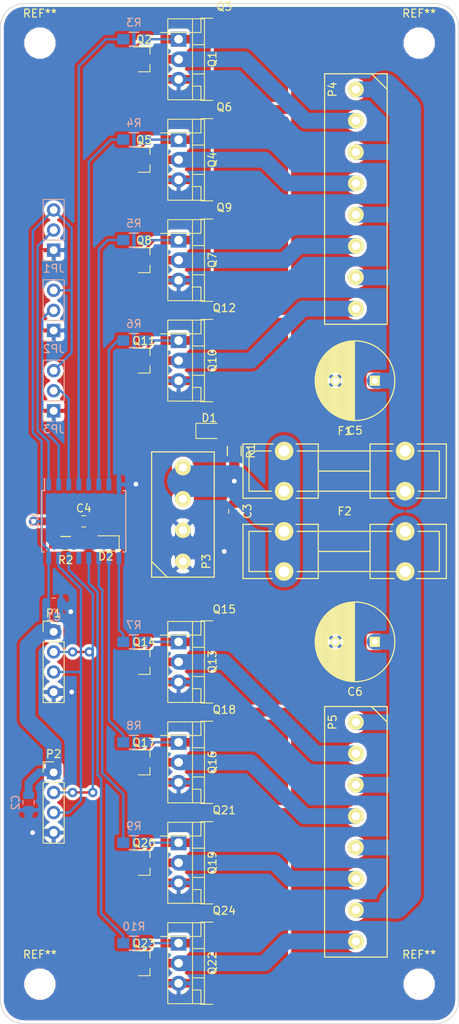
<source format=kicad_pcb>
(kicad_pcb (version 20171130) (host pcbnew "(5.0.1-34-g9610f8f20)")
  (layers (0 F.Cu signal) (31 B.Cu signal) (34 B.Paste user) (35 F.Paste user) (36 B.SilkS user) (37 F.SilkS user) (38 B.Mask user) (39 F.Mask user) (44 Edge.Cuts user))
  (net 0 "")
  (net 1 +5V)
  (net 2 GND)
  (net 3 +24V)
  (net 4 "Net-(C5-Pad1)")
  (net 5 "Net-(C6-Pad1)")
  (net 6 "Net-(D1-Pad2)")
  (net 7 "Net-(D2-Pad2)")
  (net 8 /I2C_SCL)
  (net 9 /I2C_SDA)
  (net 10 /powerChannel0/DRAIN)
  (net 11 /powerChannel1/DRAIN)
  (net 12 /powerChannel2/DRAIN)
  (net 13 /powerChannel3/DRAIN)
  (net 14 /powerChannel4/DRAIN)
  (net 15 /powerChannel5/DRAIN)
  (net 16 /powerChannel6/DRAIN)
  (net 17 /powerChannel7/DRAIN)
  (net 18 "Net-(Q1-Pad1)")
  (net 19 "Net-(Q4-Pad1)")
  (net 20 "Net-(Q7-Pad1)")
  (net 21 /powerChannel0/CTRL)
  (net 22 /powerChannel1/CTRL)
  (net 23 /powerChannel2/CTRL)
  (net 24 /powerChannel3/CTRL)
  (net 25 /powerChannel4/CTRL)
  (net 26 /powerChannel5/CTRL)
  (net 27 /powerChannel6/CTRL)
  (net 28 /powerChannel7/CTRL)
  (net 29 "Net-(Q19-Pad1)")
  (net 30 "Net-(Q10-Pad1)")
  (net 31 "Net-(Q13-Pad1)")
  (net 32 /A0)
  (net 33 /A1)
  (net 34 /A2)
  (net 35 "Net-(U1-Pad13)")
  (net 36 "Net-(Q16-Pad1)")
  (net 37 "Net-(Q22-Pad1)")
  (module MountingHole:MountingHole_3.2mm_M3_ISO14580 (layer F.Cu) (at 83 165)
    (fp_text reference REF** (at 0 -3.75) (layer F.SilkS))
    (fp_text value MountingHole_3.2mm_M3_ISO14580 hide)
    (pad 1 np_thru_hole circle (at 0 0) (size 3.2 3.2) (drill 3.2) (layers *.Cu *.Mask))
  )
  (module MountingHole:MountingHole_3.2mm_M3_ISO14580 (layer F.Cu) (at 131 165)
    (fp_text reference REF** (at 0 -3.75) (layer F.SilkS))
    (fp_text value MountingHole_3.2mm_M3_ISO14580 hide)
    (pad 1 np_thru_hole circle (at 0 0) (size 3.2 3.2) (drill 3.2) (layers *.Cu *.Mask))
  )
  (module MountingHole:MountingHole_3.2mm_M3_ISO14580 (layer F.Cu) (at 131 46)
    (fp_text reference REF** (at 0 -3.75) (layer F.SilkS))
    (fp_text value MountingHole_3.2mm_M3_ISO14580 hide)
    (pad 1 np_thru_hole circle (at 0 0) (size 3.2 3.2) (drill 3.2) (layers *.Cu *.Mask))
  )
  (module Capacitor_SMD:C_0805_2012Metric (layer B.Cu) (at 84.74 116.884)
    (fp_text reference C1 (at 0 1.65) (layer B.SilkS) (effects (justify mirror)))
    (fp_text value 1u)
    (pad 2 smd roundrect (at 0.9375 0) (size 0.975 1.4) (layers B.Cu B.Paste B.Mask) (net 2 GND))
    (pad 1 smd roundrect (at -0.9375 0) (size 0.975 1.4) (layers B.Cu B.Paste B.Mask) (net 1 +5V))
  )
  (module Capacitor_SMD:C_0805_2012Metric (layer B.Cu) (at 81.565 142.03 270)
    (fp_text reference C2 (at 0 1.65 270) (layer B.SilkS) (effects (justify mirror)))
    (fp_text value 1u)
    (pad 1 smd roundrect (at -0.9375 0 270) (size 0.975 1.4) (layers B.Cu B.Paste B.Mask) (net 1 +5V))
    (pad 2 smd roundrect (at 0.9375 0 270) (size 0.975 1.4) (layers B.Cu B.Paste B.Mask) (net 2 GND))
  )
  (module Capacitor_SMD:C_0805_2012Metric (layer F.Cu) (at 107.6 105.2 270)
    (fp_text reference C3 (at 0 -1.65 270) (layer F.SilkS))
    (fp_text value 1u)
    (pad 2 smd roundrect (at 0.9375 0 270) (size 0.975 1.4) (layers F.Cu F.Paste F.Mask) (net 2 GND))
    (pad 1 smd roundrect (at -0.9375 0 270) (size 0.975 1.4) (layers F.Cu F.Paste F.Mask) (net 3 +24V))
  )
  (module Capacitor_SMD:C_0805_2012Metric (layer F.Cu) (at 88.55 106.47)
    (fp_text reference C4 (at 0 -1.65) (layer F.SilkS))
    (fp_text value 1u)
    (pad 1 smd roundrect (at -0.9375 0) (size 0.975 1.4) (layers F.Cu F.Paste F.Mask) (net 1 +5V))
    (pad 2 smd roundrect (at 0.9375 0) (size 0.975 1.4) (layers F.Cu F.Paste F.Mask) (net 2 GND))
  )
  (module Connector_PinHeader_2.54mm:PinHeader_1x04_P2.54mm_Vertical (layer F.Cu) (at 84.74 120.44)
    (fp_text reference P1 (at 0 -2.33) (layer F.SilkS))
    (fp_text value CONN_01X04)
    (pad 4 thru_hole oval (at 0 7.62) (size 1.7 1.7) (drill 1) (layers *.Cu *.Mask) (net 2 GND))
    (pad 3 thru_hole oval (at 0 5.08) (size 1.7 1.7) (drill 1) (layers *.Cu *.Mask) (net 9 /I2C_SDA))
    (pad 2 thru_hole oval (at 0 2.54) (size 1.7 1.7) (drill 1) (layers *.Cu *.Mask) (net 8 /I2C_SCL))
    (pad 1 thru_hole rect (at 0 0) (size 1.7 1.7) (drill 1) (layers *.Cu *.Mask) (net 1 +5V))
  )
  (module Connector_PinHeader_2.54mm:PinHeader_1x04_P2.54mm_Vertical (layer F.Cu) (at 84.74 138.22)
    (fp_text reference P2 (at 0 -2.33) (layer F.SilkS))
    (fp_text value CONN_01X04)
    (pad 1 thru_hole rect (at 0 0) (size 1.7 1.7) (drill 1) (layers *.Cu *.Mask) (net 1 +5V))
    (pad 2 thru_hole oval (at 0 2.54) (size 1.7 1.7) (drill 1) (layers *.Cu *.Mask) (net 8 /I2C_SCL))
    (pad 3 thru_hole oval (at 0 5.08) (size 1.7 1.7) (drill 1) (layers *.Cu *.Mask) (net 9 /I2C_SDA))
    (pad 4 thru_hole oval (at 0 7.62) (size 1.7 1.7) (drill 1) (layers *.Cu *.Mask) (net 2 GND))
  )
  (module LED_SMD:LED_0805_2012Metric (layer F.Cu) (at 104.425 95.04)
    (fp_text reference D1 (at 0 -1.65) (layer F.SilkS))
    (fp_text value LED)
    (pad 2 smd roundrect (at 0.9375 0) (size 0.975 1.4) (layers F.Cu F.Paste F.Mask) (net 6 "Net-(D1-Pad2)"))
    (pad 1 smd roundrect (at -0.9375 0) (size 0.975 1.4) (layers F.Cu F.Paste F.Mask) (net 2 GND))
  )
  (module LED_SMD:LED_0805_2012Metric (layer F.Cu) (at 91.344 109.264 180)
    (fp_text reference D2 (at 0 -1.65 180) (layer F.SilkS))
    (fp_text value LED)
    (pad 1 smd roundrect (at -0.9375 0 180) (size 0.975 1.4) (layers F.Cu F.Paste F.Mask) (net 2 GND))
    (pad 2 smd roundrect (at 0.9375 0 180) (size 0.975 1.4) (layers F.Cu F.Paste F.Mask) (net 7 "Net-(D2-Pad2)"))
  )
  (module Package_TO_SOT_SMD:SOT-23 (layer F.Cu) (at 96.17 73.45)
    (fp_text reference Q8 (at 0 -2.5) (layer F.SilkS))
    (fp_text value BSS138)
    (pad 3 smd rect (at 1 0) (size 0.9 0.8) (layers F.Cu F.Paste F.Mask) (net 12 /powerChannel2/DRAIN))
    (pad 2 smd rect (at -1 0.95) (size 0.9 0.8) (layers F.Cu F.Paste F.Mask) (net 2 GND))
    (pad 1 smd rect (at -1 -0.95) (size 0.9 0.8) (layers F.Cu F.Paste F.Mask) (net 20 "Net-(Q7-Pad1)"))
  )
  (module Package_TO_SOT_SMD:SOT-23 (layer F.Cu) (at 96.17 162.35)
    (fp_text reference Q23 (at 0 -2.5) (layer F.SilkS))
    (fp_text value BSS138)
    (pad 1 smd rect (at -1 -0.95) (size 0.9 0.8) (layers F.Cu F.Paste F.Mask) (net 37 "Net-(Q22-Pad1)"))
    (pad 2 smd rect (at -1 0.95) (size 0.9 0.8) (layers F.Cu F.Paste F.Mask) (net 2 GND))
    (pad 3 smd rect (at 1 0) (size 0.9 0.8) (layers F.Cu F.Paste F.Mask) (net 17 /powerChannel7/DRAIN))
  )
  (module Package_TO_SOT_SMD:SOT-23 (layer F.Cu) (at 96.17 86.15)
    (fp_text reference Q11 (at 0 -2.5) (layer F.SilkS))
    (fp_text value BSS138)
    (pad 3 smd rect (at 1 0) (size 0.9 0.8) (layers F.Cu F.Paste F.Mask) (net 13 /powerChannel3/DRAIN))
    (pad 2 smd rect (at -1 0.95) (size 0.9 0.8) (layers F.Cu F.Paste F.Mask) (net 2 GND))
    (pad 1 smd rect (at -1 -0.95) (size 0.9 0.8) (layers F.Cu F.Paste F.Mask) (net 30 "Net-(Q10-Pad1)"))
  )
  (module Package_TO_SOT_SMD:SOT-23 (layer F.Cu) (at 96.17 136.95)
    (fp_text reference Q17 (at 0 -2.5) (layer F.SilkS))
    (fp_text value BSS138)
    (pad 1 smd rect (at -1 -0.95) (size 0.9 0.8) (layers F.Cu F.Paste F.Mask) (net 36 "Net-(Q16-Pad1)"))
    (pad 2 smd rect (at -1 0.95) (size 0.9 0.8) (layers F.Cu F.Paste F.Mask) (net 2 GND))
    (pad 3 smd rect (at 1 0) (size 0.9 0.8) (layers F.Cu F.Paste F.Mask) (net 15 /powerChannel5/DRAIN))
  )
  (module Package_TO_SOT_SMD:SOT-23 (layer F.Cu) (at 96.17 149.65)
    (fp_text reference Q20 (at 0 -2.5) (layer F.SilkS))
    (fp_text value BSS138)
    (pad 3 smd rect (at 1 0) (size 0.9 0.8) (layers F.Cu F.Paste F.Mask) (net 16 /powerChannel6/DRAIN))
    (pad 2 smd rect (at -1 0.95) (size 0.9 0.8) (layers F.Cu F.Paste F.Mask) (net 2 GND))
    (pad 1 smd rect (at -1 -0.95) (size 0.9 0.8) (layers F.Cu F.Paste F.Mask) (net 29 "Net-(Q19-Pad1)"))
  )
  (module Package_TO_SOT_SMD:SOT-23 (layer F.Cu) (at 96.17 48.05)
    (fp_text reference Q2 (at 0 -2.5) (layer F.SilkS))
    (fp_text value BSS138)
    (pad 1 smd rect (at -1 -0.95) (size 0.9 0.8) (layers F.Cu F.Paste F.Mask) (net 18 "Net-(Q1-Pad1)"))
    (pad 2 smd rect (at -1 0.95) (size 0.9 0.8) (layers F.Cu F.Paste F.Mask) (net 2 GND))
    (pad 3 smd rect (at 1 0) (size 0.9 0.8) (layers F.Cu F.Paste F.Mask) (net 10 /powerChannel0/DRAIN))
  )
  (module Package_TO_SOT_SMD:TO-263-3_TabPin2 (layer F.Cu) (at 106.33 73.45)
    (fp_text reference Q9 (at 0 -6.65) (layer F.SilkS))
    (fp_text value 35N15)
    (pad 1 smd rect (at -5.775 -2.54) (size 4.6 1.1) (layers F.Cu F.Paste F.Mask) (net 20 "Net-(Q7-Pad1)"))
    (pad 2 smd rect (at -5.775 0) (size 4.6 1.1) (layers F.Cu F.Paste F.Mask) (net 12 /powerChannel2/DRAIN))
    (pad 3 smd rect (at -5.775 2.54) (size 4.6 1.1) (layers F.Cu F.Paste F.Mask) (net 2 GND))
    (pad 2 smd rect (at 3.375 0) (size 9.4 10.8) (layers F.Cu F.Mask) (net 12 /powerChannel2/DRAIN))
  )
  (module Package_TO_SOT_SMD:TO-263-3_TabPin2 (layer F.Cu) (at 106.33 48.05)
    (fp_text reference Q3 (at 0 -6.65) (layer F.SilkS))
    (fp_text value 35N15)
    (pad 2 smd rect (at 3.375 0) (size 9.4 10.8) (layers F.Cu F.Mask) (net 10 /powerChannel0/DRAIN))
    (pad 3 smd rect (at -5.775 2.54) (size 4.6 1.1) (layers F.Cu F.Paste F.Mask) (net 2 GND))
    (pad 2 smd rect (at -5.775 0) (size 4.6 1.1) (layers F.Cu F.Paste F.Mask) (net 10 /powerChannel0/DRAIN))
    (pad 1 smd rect (at -5.775 -2.54) (size 4.6 1.1) (layers F.Cu F.Paste F.Mask) (net 18 "Net-(Q1-Pad1)"))
  )
  (module Package_TO_SOT_SMD:TO-263-3_TabPin2 (layer F.Cu) (at 106.33 60.75)
    (fp_text reference Q6 (at 0 -6.65) (layer F.SilkS))
    (fp_text value 35N15)
    (pad 1 smd rect (at -5.775 -2.54) (size 4.6 1.1) (layers F.Cu F.Paste F.Mask) (net 19 "Net-(Q4-Pad1)"))
    (pad 2 smd rect (at -5.775 0) (size 4.6 1.1) (layers F.Cu F.Paste F.Mask) (net 11 /powerChannel1/DRAIN))
    (pad 3 smd rect (at -5.775 2.54) (size 4.6 1.1) (layers F.Cu F.Paste F.Mask) (net 2 GND))
    (pad 2 smd rect (at 3.375 0) (size 9.4 10.8) (layers F.Cu F.Mask) (net 11 /powerChannel1/DRAIN))
  )
  (module Package_TO_SOT_SMD:TO-263-3_TabPin2 (layer F.Cu) (at 106.33 86.15)
    (fp_text reference Q12 (at 0 -6.65) (layer F.SilkS))
    (fp_text value 35N15)
    (pad 2 smd rect (at 3.375 0) (size 9.4 10.8) (layers F.Cu F.Mask) (net 13 /powerChannel3/DRAIN))
    (pad 3 smd rect (at -5.775 2.54) (size 4.6 1.1) (layers F.Cu F.Paste F.Mask) (net 2 GND))
    (pad 2 smd rect (at -5.775 0) (size 4.6 1.1) (layers F.Cu F.Paste F.Mask) (net 13 /powerChannel3/DRAIN))
    (pad 1 smd rect (at -5.775 -2.54) (size 4.6 1.1) (layers F.Cu F.Paste F.Mask) (net 30 "Net-(Q10-Pad1)"))
  )
  (module Package_TO_SOT_SMD:TO-263-3_TabPin2 (layer F.Cu) (at 106.33 124.25)
    (fp_text reference Q15 (at 0 -6.65) (layer F.SilkS))
    (fp_text value 35N15)
    (pad 1 smd rect (at -5.775 -2.54) (size 4.6 1.1) (layers F.Cu F.Paste F.Mask) (net 31 "Net-(Q13-Pad1)"))
    (pad 2 smd rect (at -5.775 0) (size 4.6 1.1) (layers F.Cu F.Paste F.Mask) (net 14 /powerChannel4/DRAIN))
    (pad 3 smd rect (at -5.775 2.54) (size 4.6 1.1) (layers F.Cu F.Paste F.Mask) (net 2 GND))
    (pad 2 smd rect (at 3.375 0) (size 9.4 10.8) (layers F.Cu F.Mask) (net 14 /powerChannel4/DRAIN))
  )
  (module Package_TO_SOT_THT:TO-220-3_Vertical (layer F.Cu) (at 100.555 134.41 270)
    (fp_text reference Q16 (at 2.54 -4.27 270) (layer F.SilkS))
    (fp_text value IRL640)
    (pad 1 thru_hole rect (at 0 0 270) (size 1.905 2) (drill 1.1) (layers *.Cu *.Mask) (net 36 "Net-(Q16-Pad1)"))
    (pad 2 thru_hole oval (at 2.54 0 270) (size 1.905 2) (drill 1.1) (layers *.Cu *.Mask) (net 15 /powerChannel5/DRAIN))
    (pad 3 thru_hole oval (at 5.08 0 270) (size 1.905 2) (drill 1.1) (layers *.Cu *.Mask) (net 2 GND))
  )
  (module Package_TO_SOT_THT:TO-220-3_Vertical (layer F.Cu) (at 100.555 147.11 270)
    (fp_text reference Q19 (at 2.54 -4.27 270) (layer F.SilkS))
    (fp_text value IRL640)
    (pad 3 thru_hole oval (at 5.08 0 270) (size 1.905 2) (drill 1.1) (layers *.Cu *.Mask) (net 2 GND))
    (pad 2 thru_hole oval (at 2.54 0 270) (size 1.905 2) (drill 1.1) (layers *.Cu *.Mask) (net 16 /powerChannel6/DRAIN))
    (pad 1 thru_hole rect (at 0 0 270) (size 1.905 2) (drill 1.1) (layers *.Cu *.Mask) (net 29 "Net-(Q19-Pad1)"))
  )
  (module Package_TO_SOT_THT:TO-220-3_Vertical (layer F.Cu) (at 100.555 159.81 270)
    (fp_text reference Q22 (at 2.54 -4.27 270) (layer F.SilkS))
    (fp_text value IRL640)
    (pad 1 thru_hole rect (at 0 0 270) (size 1.905 2) (drill 1.1) (layers *.Cu *.Mask) (net 37 "Net-(Q22-Pad1)"))
    (pad 2 thru_hole oval (at 2.54 0 270) (size 1.905 2) (drill 1.1) (layers *.Cu *.Mask) (net 17 /powerChannel7/DRAIN))
    (pad 3 thru_hole oval (at 5.08 0 270) (size 1.905 2) (drill 1.1) (layers *.Cu *.Mask) (net 2 GND))
  )
  (module Package_TO_SOT_THT:TO-220-3_Vertical (layer F.Cu) (at 100.555 70.91 270)
    (fp_text reference Q7 (at 2.54 -4.27 270) (layer F.SilkS))
    (fp_text value IRL640)
    (pad 3 thru_hole oval (at 5.08 0 270) (size 1.905 2) (drill 1.1) (layers *.Cu *.Mask) (net 2 GND))
    (pad 2 thru_hole oval (at 2.54 0 270) (size 1.905 2) (drill 1.1) (layers *.Cu *.Mask) (net 12 /powerChannel2/DRAIN))
    (pad 1 thru_hole rect (at 0 0 270) (size 1.905 2) (drill 1.1) (layers *.Cu *.Mask) (net 20 "Net-(Q7-Pad1)"))
  )
  (module Package_TO_SOT_THT:TO-220-3_Vertical (layer F.Cu) (at 100.555 83.61 270)
    (fp_text reference Q10 (at 2.54 -4.27 270) (layer F.SilkS))
    (fp_text value IRL640)
    (pad 1 thru_hole rect (at 0 0 270) (size 1.905 2) (drill 1.1) (layers *.Cu *.Mask) (net 30 "Net-(Q10-Pad1)"))
    (pad 2 thru_hole oval (at 2.54 0 270) (size 1.905 2) (drill 1.1) (layers *.Cu *.Mask) (net 13 /powerChannel3/DRAIN))
    (pad 3 thru_hole oval (at 5.08 0 270) (size 1.905 2) (drill 1.1) (layers *.Cu *.Mask) (net 2 GND))
  )
  (module myStuff:HT396_4 (layer F.Cu) (at 105.06 111.55 90)
    (fp_text reference P3 (at 0 -1 90) (layer F.SilkS))
    (fp_text value CONN_01X04)
    (pad 1 thru_hole circle (at 0 -3.96 90) (size 2 2) (drill 1) (layers *.Cu *.Mask F.SilkS) (net 2 GND))
    (pad 2 thru_hole circle (at 3.96 -3.96 90) (size 2 2) (drill 1) (layers *.Cu *.Mask F.SilkS) (net 2 GND))
    (pad 3 thru_hole circle (at 7.92 -3.96 90) (size 2 2) (drill 1) (layers *.Cu *.Mask F.SilkS) (net 3 +24V))
    (pad 4 thru_hole circle (at 11.88 -3.96 90) (size 2 2) (drill 1) (layers *.Cu *.Mask F.SilkS) (net 3 +24V))
  )
  (module myStuff:HT396_8 (layer F.Cu) (at 119.03 131.87 270)
    (fp_text reference P5 (at 0 -1 270) (layer F.SilkS))
    (fp_text value CONN_01X08)
    (pad 8 thru_hole circle (at 27.72 -3.96 270) (size 2 2) (drill 1) (layers *.Cu *.Mask F.SilkS) (net 17 /powerChannel7/DRAIN))
    (pad 7 thru_hole circle (at 23.76 -3.96 270) (size 2 2) (drill 1) (layers *.Cu *.Mask F.SilkS) (net 5 "Net-(C6-Pad1)"))
    (pad 6 thru_hole circle (at 19.8 -3.96 270) (size 2 2) (drill 1) (layers *.Cu *.Mask F.SilkS) (net 16 /powerChannel6/DRAIN))
    (pad 5 thru_hole circle (at 15.84 -3.96 270) (size 2 2) (drill 1) (layers *.Cu *.Mask F.SilkS) (net 5 "Net-(C6-Pad1)"))
    (pad 4 thru_hole circle (at 11.88 -3.96 270) (size 2 2) (drill 1) (layers *.Cu *.Mask F.SilkS) (net 15 /powerChannel5/DRAIN))
    (pad 3 thru_hole circle (at 7.92 -3.96 270) (size 2 2) (drill 1) (layers *.Cu *.Mask F.SilkS) (net 5 "Net-(C6-Pad1)"))
    (pad 2 thru_hole circle (at 3.96 -3.96 270) (size 2 2) (drill 1) (layers *.Cu *.Mask F.SilkS) (net 14 /powerChannel4/DRAIN))
    (pad 1 thru_hole circle (at 0 -3.96 270) (size 2 2) (drill 1) (layers *.Cu *.Mask F.SilkS) (net 5 "Net-(C6-Pad1)"))
  )
  (module myStuff:HT396_8 (layer F.Cu) (at 119.03 51.86 270)
    (fp_text reference P4 (at 0 -1 270) (layer F.SilkS))
    (fp_text value CONN_01X08)
    (pad 1 thru_hole circle (at 0 -3.96 270) (size 2 2) (drill 1) (layers *.Cu *.Mask F.SilkS) (net 4 "Net-(C5-Pad1)"))
    (pad 2 thru_hole circle (at 3.96 -3.96 270) (size 2 2) (drill 1) (layers *.Cu *.Mask F.SilkS) (net 10 /powerChannel0/DRAIN))
    (pad 3 thru_hole circle (at 7.92 -3.96 270) (size 2 2) (drill 1) (layers *.Cu *.Mask F.SilkS) (net 4 "Net-(C5-Pad1)"))
    (pad 4 thru_hole circle (at 11.88 -3.96 270) (size 2 2) (drill 1) (layers *.Cu *.Mask F.SilkS) (net 11 /powerChannel1/DRAIN))
    (pad 5 thru_hole circle (at 15.84 -3.96 270) (size 2 2) (drill 1) (layers *.Cu *.Mask F.SilkS) (net 4 "Net-(C5-Pad1)"))
    (pad 6 thru_hole circle (at 19.8 -3.96 270) (size 2 2) (drill 1) (layers *.Cu *.Mask F.SilkS) (net 12 /powerChannel2/DRAIN))
    (pad 7 thru_hole circle (at 23.76 -3.96 270) (size 2 2) (drill 1) (layers *.Cu *.Mask F.SilkS) (net 4 "Net-(C5-Pad1)"))
    (pad 8 thru_hole circle (at 27.72 -3.96 270) (size 2 2) (drill 1) (layers *.Cu *.Mask F.SilkS) (net 13 /powerChannel3/DRAIN))
  )
  (module Connector_PinHeader_2.54mm:PinHeader_1x03_P2.54mm_Vertical (layer B.Cu) (at 84.74 72.18)
    (fp_text reference JP1 (at 0 2.33) (layer B.SilkS) (effects (justify mirror)))
    (fp_text value A0)
    (pad 1 thru_hole rect (at 0 0) (size 1.7 1.7) (drill 1) (layers *.Cu *.Mask) (net 2 GND))
    (pad 2 thru_hole oval (at 0 -2.54) (size 1.7 1.7) (drill 1) (layers *.Cu *.Mask) (net 32 /A0))
    (pad 3 thru_hole oval (at 0 -5.08) (size 1.7 1.7) (drill 1) (layers *.Cu *.Mask) (net 1 +5V))
  )
  (module Connector_PinHeader_2.54mm:PinHeader_1x03_P2.54mm_Vertical (layer B.Cu) (at 84.74 82.34)
    (fp_text reference JP2 (at 0 2.33) (layer B.SilkS) (effects (justify mirror)))
    (fp_text value A1)
    (pad 3 thru_hole oval (at 0 -5.08) (size 1.7 1.7) (drill 1) (layers *.Cu *.Mask) (net 1 +5V))
    (pad 2 thru_hole oval (at 0 -2.54) (size 1.7 1.7) (drill 1) (layers *.Cu *.Mask) (net 33 /A1))
    (pad 1 thru_hole rect (at 0 0) (size 1.7 1.7) (drill 1) (layers *.Cu *.Mask) (net 2 GND))
  )
  (module Connector_PinHeader_2.54mm:PinHeader_1x03_P2.54mm_Vertical (layer B.Cu) (at 84.74 92.5)
    (fp_text reference JP3 (at 0 2.33) (layer B.SilkS) (effects (justify mirror)))
    (fp_text value A2)
    (pad 1 thru_hole rect (at 0 0) (size 1.7 1.7) (drill 1) (layers *.Cu *.Mask) (net 2 GND))
    (pad 2 thru_hole oval (at 0 -2.54) (size 1.7 1.7) (drill 1) (layers *.Cu *.Mask) (net 34 /A2))
    (pad 3 thru_hole oval (at 0 -5.08) (size 1.7 1.7) (drill 1) (layers *.Cu *.Mask) (net 1 +5V))
  )
  (module Package_TO_SOT_SMD:SOT-23 (layer F.Cu) (at 96.17 60.75)
    (fp_text reference Q5 (at 0 -2.5) (layer F.SilkS))
    (fp_text value BSS138)
    (pad 3 smd rect (at 1 0) (size 0.9 0.8) (layers F.Cu F.Paste F.Mask) (net 11 /powerChannel1/DRAIN))
    (pad 2 smd rect (at -1 0.95) (size 0.9 0.8) (layers F.Cu F.Paste F.Mask) (net 2 GND))
    (pad 1 smd rect (at -1 -0.95) (size 0.9 0.8) (layers F.Cu F.Paste F.Mask) (net 19 "Net-(Q4-Pad1)"))
  )
  (module Package_TO_SOT_SMD:SOT-23 (layer F.Cu) (at 96.17 124.25)
    (fp_text reference Q14 (at 0 -2.5) (layer F.SilkS))
    (fp_text value BSS138)
    (pad 1 smd rect (at -1 -0.95) (size 0.9 0.8) (layers F.Cu F.Paste F.Mask) (net 31 "Net-(Q13-Pad1)"))
    (pad 2 smd rect (at -1 0.95) (size 0.9 0.8) (layers F.Cu F.Paste F.Mask) (net 2 GND))
    (pad 3 smd rect (at 1 0) (size 0.9 0.8) (layers F.Cu F.Paste F.Mask) (net 14 /powerChannel4/DRAIN))
  )
  (module Package_TO_SOT_SMD:TO-263-3_TabPin2 (layer F.Cu) (at 106.33 162.35)
    (fp_text reference Q24 (at 0 -6.65) (layer F.SilkS))
    (fp_text value 35N15)
    (pad 1 smd rect (at -5.775 -2.54) (size 4.6 1.1) (layers F.Cu F.Paste F.Mask) (net 37 "Net-(Q22-Pad1)"))
    (pad 2 smd rect (at -5.775 0) (size 4.6 1.1) (layers F.Cu F.Paste F.Mask) (net 17 /powerChannel7/DRAIN))
    (pad 3 smd rect (at -5.775 2.54) (size 4.6 1.1) (layers F.Cu F.Paste F.Mask) (net 2 GND))
    (pad 2 smd rect (at 3.375 0) (size 9.4 10.8) (layers F.Cu F.Mask) (net 17 /powerChannel7/DRAIN))
  )
  (module Package_TO_SOT_SMD:TO-263-3_TabPin2 (layer F.Cu) (at 106.33 149.65)
    (fp_text reference Q21 (at 0 -6.65) (layer F.SilkS))
    (fp_text value 35N15)
    (pad 2 smd rect (at 3.375 0) (size 9.4 10.8) (layers F.Cu F.Mask) (net 16 /powerChannel6/DRAIN))
    (pad 3 smd rect (at -5.775 2.54) (size 4.6 1.1) (layers F.Cu F.Paste F.Mask) (net 2 GND))
    (pad 2 smd rect (at -5.775 0) (size 4.6 1.1) (layers F.Cu F.Paste F.Mask) (net 16 /powerChannel6/DRAIN))
    (pad 1 smd rect (at -5.775 -2.54) (size 4.6 1.1) (layers F.Cu F.Paste F.Mask) (net 29 "Net-(Q19-Pad1)"))
  )
  (module Package_TO_SOT_SMD:TO-263-3_TabPin2 (layer F.Cu) (at 106.33 136.95)
    (fp_text reference Q18 (at 0 -6.65) (layer F.SilkS))
    (fp_text value 35N15)
    (pad 2 smd rect (at 3.375 0) (size 9.4 10.8) (layers F.Cu F.Mask) (net 15 /powerChannel5/DRAIN))
    (pad 3 smd rect (at -5.775 2.54) (size 4.6 1.1) (layers F.Cu F.Paste F.Mask) (net 2 GND))
    (pad 2 smd rect (at -5.775 0) (size 4.6 1.1) (layers F.Cu F.Paste F.Mask) (net 15 /powerChannel5/DRAIN))
    (pad 1 smd rect (at -5.775 -2.54) (size 4.6 1.1) (layers F.Cu F.Paste F.Mask) (net 36 "Net-(Q16-Pad1)"))
  )
  (module Package_TO_SOT_THT:TO-220-3_Vertical (layer F.Cu) (at 100.555 45.51 270)
    (fp_text reference Q1 (at 2.54 -4.27 270) (layer F.SilkS))
    (fp_text value IRL640)
    (pad 3 thru_hole oval (at 5.08 0 270) (size 1.905 2) (drill 1.1) (layers *.Cu *.Mask) (net 2 GND))
    (pad 2 thru_hole oval (at 2.54 0 270) (size 1.905 2) (drill 1.1) (layers *.Cu *.Mask) (net 10 /powerChannel0/DRAIN))
    (pad 1 thru_hole rect (at 0 0 270) (size 1.905 2) (drill 1.1) (layers *.Cu *.Mask) (net 18 "Net-(Q1-Pad1)"))
  )
  (module Package_TO_SOT_THT:TO-220-3_Vertical (layer F.Cu) (at 100.555 58.21 270)
    (fp_text reference Q4 (at 2.54 -4.27 270) (layer F.SilkS))
    (fp_text value IRL640)
    (pad 1 thru_hole rect (at 0 0 270) (size 1.905 2) (drill 1.1) (layers *.Cu *.Mask) (net 19 "Net-(Q4-Pad1)"))
    (pad 2 thru_hole oval (at 2.54 0 270) (size 1.905 2) (drill 1.1) (layers *.Cu *.Mask) (net 11 /powerChannel1/DRAIN))
    (pad 3 thru_hole oval (at 5.08 0 270) (size 1.905 2) (drill 1.1) (layers *.Cu *.Mask) (net 2 GND))
  )
  (module Package_TO_SOT_THT:TO-220-3_Vertical (layer F.Cu) (at 100.555 121.71 270)
    (fp_text reference Q13 (at 2.54 -4.27 270) (layer F.SilkS))
    (fp_text value IRL640)
    (pad 1 thru_hole rect (at 0 0 270) (size 1.905 2) (drill 1.1) (layers *.Cu *.Mask) (net 31 "Net-(Q13-Pad1)"))
    (pad 2 thru_hole oval (at 2.54 0 270) (size 1.905 2) (drill 1.1) (layers *.Cu *.Mask) (net 14 /powerChannel4/DRAIN))
    (pad 3 thru_hole oval (at 5.08 0 270) (size 1.905 2) (drill 1.1) (layers *.Cu *.Mask) (net 2 GND))
  )
  (module Capacitors_ThroughHole:C_Radial_D10_L16_P5 (layer F.Cu) (at 125.38 88.69 180)
    (fp_text reference C5 (at 2.5 -6.3 180) (layer F.SilkS))
    (fp_text value "470 uF")
    (pad 1 thru_hole rect (at 0 0 180) (size 1.3 1.3) (drill 0.8) (layers *.Cu *.Mask F.SilkS) (net 4 "Net-(C5-Pad1)"))
    (pad 2 thru_hole circle (at 5 0 180) (size 1.3 1.3) (drill 0.8) (layers *.Cu *.Mask F.SilkS) (net 2 GND))
  )
  (module Capacitors_ThroughHole:C_Radial_D10_L16_P5 (layer F.Cu) (at 125.38 121.71 180)
    (fp_text reference C6 (at 2.5 -6.3 180) (layer F.SilkS))
    (fp_text value "470 uF")
    (pad 1 thru_hole rect (at 0 0 180) (size 1.3 1.3) (drill 0.8) (layers *.Cu *.Mask F.SilkS) (net 5 "Net-(C6-Pad1)"))
    (pad 2 thru_hole circle (at 5 0 180) (size 1.3 1.3) (drill 0.8) (layers *.Cu *.Mask F.SilkS) (net 2 GND))
  )
  (module Fuse_Holders_and_Fuses:Fuseholder5x20_horiz_open_lateral_Type-II (layer F.Cu) (at 121.57 100.12)
    (fp_text reference F1 (at 0 -5.08) (layer F.SilkS))
    (fp_text value FUSE)
    (pad 2 thru_hole circle (at 7.66064 -2.54) (size 2.3495 2.3495) (drill 1.34874) (layers *.Cu *.Mask F.SilkS) (net 4 "Net-(C5-Pad1)"))
    (pad 2 thru_hole circle (at 7.66064 2.54) (size 2.3495 2.3495) (drill 1.34874) (layers *.Cu *.Mask F.SilkS) (net 4 "Net-(C5-Pad1)"))
    (pad 1 thru_hole circle (at -7.66064 -2.54) (size 2.3495 2.3495) (drill 1.34874) (layers *.Cu *.Mask F.SilkS) (net 3 +24V))
    (pad 1 thru_hole circle (at -7.66064 2.54) (size 2.3495 2.3495) (drill 1.34874) (layers *.Cu *.Mask F.SilkS) (net 3 +24V))
  )
  (module Fuse_Holders_and_Fuses:Fuseholder5x20_horiz_open_lateral_Type-II (layer F.Cu) (at 121.57 110.28)
    (fp_text reference F2 (at 0 -5.08) (layer F.SilkS))
    (fp_text value FUSE)
    (pad 2 thru_hole circle (at 7.66064 -2.54) (size 2.3495 2.3495) (drill 1.34874) (layers *.Cu *.Mask F.SilkS) (net 5 "Net-(C6-Pad1)"))
    (pad 2 thru_hole circle (at 7.66064 2.54) (size 2.3495 2.3495) (drill 1.34874) (layers *.Cu *.Mask F.SilkS) (net 5 "Net-(C6-Pad1)"))
    (pad 1 thru_hole circle (at -7.66064 -2.54) (size 2.3495 2.3495) (drill 1.34874) (layers *.Cu *.Mask F.SilkS) (net 3 +24V))
    (pad 1 thru_hole circle (at -7.66064 2.54) (size 2.3495 2.3495) (drill 1.34874) (layers *.Cu *.Mask F.SilkS) (net 3 +24V))
  )
  (module Resistors_SMD:R_0805_HandSoldering (layer F.Cu) (at 107.6 97.58 270)
    (fp_text reference R1 (at 0 -2.1 270) (layer F.SilkS))
    (fp_text value 2200)
    (pad 1 smd rect (at -1.35 0 270) (size 1.5 1.3) (layers F.Cu F.Paste F.Mask) (net 6 "Net-(D1-Pad2)"))
    (pad 2 smd rect (at 1.35 0 270) (size 1.5 1.3) (layers F.Cu F.Paste F.Mask) (net 3 +24V))
  )
  (module Resistors_SMD:R_0805_HandSoldering (layer F.Cu) (at 86.264 109.264 180)
    (fp_text reference R2 (at 0 -2.1 180) (layer F.SilkS))
    (fp_text value 220)
    (pad 1 smd rect (at -1.35 0 180) (size 1.5 1.3) (layers F.Cu F.Paste F.Mask) (net 7 "Net-(D2-Pad2)"))
    (pad 2 smd rect (at 1.35 0 180) (size 1.5 1.3) (layers F.Cu F.Paste F.Mask) (net 1 +5V))
  )
  (module Housings_SOIC:SOIC-16_7.5x10.3mm_Pitch1.27mm (layer B.Cu) (at 88.55 106.47 270)
    (fp_text reference U1 (at 0 6.25 270) (layer B.SilkS) (effects (justify mirror)))
    (fp_text value PCF8574)
    (pad 1 smd rect (at -4.65 4.445 270) (size 1.5 0.6) (layers B.Cu B.Paste B.Mask) (net 32 /A0))
    (pad 2 smd rect (at -4.65 3.175 270) (size 1.5 0.6) (layers B.Cu B.Paste B.Mask) (net 33 /A1))
    (pad 3 smd rect (at -4.65 1.905 270) (size 1.5 0.6) (layers B.Cu B.Paste B.Mask) (net 34 /A2))
    (pad 4 smd rect (at -4.65 0.635 270) (size 1.5 0.6) (layers B.Cu B.Paste B.Mask) (net 21 /powerChannel0/CTRL))
    (pad 5 smd rect (at -4.65 -0.635 270) (size 1.5 0.6) (layers B.Cu B.Paste B.Mask) (net 22 /powerChannel1/CTRL))
    (pad 6 smd rect (at -4.65 -1.905 270) (size 1.5 0.6) (layers B.Cu B.Paste B.Mask) (net 23 /powerChannel2/CTRL))
    (pad 7 smd rect (at -4.65 -3.175 270) (size 1.5 0.6) (layers B.Cu B.Paste B.Mask) (net 24 /powerChannel3/CTRL))
    (pad 8 smd rect (at -4.65 -4.445 270) (size 1.5 0.6) (layers B.Cu B.Paste B.Mask) (net 2 GND))
    (pad 9 smd rect (at 4.65 -4.445 270) (size 1.5 0.6) (layers B.Cu B.Paste B.Mask) (net 25 /powerChannel4/CTRL))
    (pad 10 smd rect (at 4.65 -3.175 270) (size 1.5 0.6) (layers B.Cu B.Paste B.Mask) (net 26 /powerChannel5/CTRL))
    (pad 11 smd rect (at 4.65 -1.905 270) (size 1.5 0.6) (layers B.Cu B.Paste B.Mask) (net 27 /powerChannel6/CTRL))
    (pad 12 smd rect (at 4.65 -0.635 270) (size 1.5 0.6) (layers B.Cu B.Paste B.Mask) (net 28 /powerChannel7/CTRL))
    (pad 13 smd rect (at 4.65 0.635 270) (size 1.5 0.6) (layers B.Cu B.Paste B.Mask) (net 35 "Net-(U1-Pad13)"))
    (pad 14 smd rect (at 4.65 1.905 270) (size 1.5 0.6) (layers B.Cu B.Paste B.Mask) (net 8 /I2C_SCL))
    (pad 15 smd rect (at 4.65 3.175 270) (size 1.5 0.6) (layers B.Cu B.Paste B.Mask) (net 9 /I2C_SDA))
    (pad 16 smd rect (at 4.65 4.445 270) (size 1.5 0.6) (layers B.Cu B.Paste B.Mask) (net 1 +5V))
  )
  (module Resistors_SMD:R_0805_HandSoldering (layer B.Cu) (at 94.9 45.51 180)
    (fp_text reference R3 (at 0 2.1 180) (layer B.SilkS) (effects (justify mirror)))
    (fp_text value 470R)
    (pad 1 smd rect (at -1.35 0 180) (size 1.5 1.3) (layers B.Cu B.Paste B.Mask) (net 18 "Net-(Q1-Pad1)"))
    (pad 2 smd rect (at 1.35 0 180) (size 1.5 1.3) (layers B.Cu B.Paste B.Mask) (net 21 /powerChannel0/CTRL))
  )
  (module Resistors_SMD:R_0805_HandSoldering (layer B.Cu) (at 94.9 58.21 180)
    (fp_text reference R4 (at 0 2.1 180) (layer B.SilkS) (effects (justify mirror)))
    (fp_text value 470R)
    (pad 1 smd rect (at -1.35 0 180) (size 1.5 1.3) (layers B.Cu B.Paste B.Mask) (net 19 "Net-(Q4-Pad1)"))
    (pad 2 smd rect (at 1.35 0 180) (size 1.5 1.3) (layers B.Cu B.Paste B.Mask) (net 22 /powerChannel1/CTRL))
  )
  (module Resistors_SMD:R_0805_HandSoldering (layer B.Cu) (at 94.9 70.91 180)
    (fp_text reference R5 (at 0 2.1 180) (layer B.SilkS) (effects (justify mirror)))
    (fp_text value 470R)
    (pad 1 smd rect (at -1.35 0 180) (size 1.5 1.3) (layers B.Cu B.Paste B.Mask) (net 20 "Net-(Q7-Pad1)"))
    (pad 2 smd rect (at 1.35 0 180) (size 1.5 1.3) (layers B.Cu B.Paste B.Mask) (net 23 /powerChannel2/CTRL))
  )
  (module Resistors_SMD:R_0805_HandSoldering (layer B.Cu) (at 94.9 83.61 180)
    (fp_text reference R6 (at 0 2.1 180) (layer B.SilkS) (effects (justify mirror)))
    (fp_text value 470R)
    (pad 1 smd rect (at -1.35 0 180) (size 1.5 1.3) (layers B.Cu B.Paste B.Mask) (net 30 "Net-(Q10-Pad1)"))
    (pad 2 smd rect (at 1.35 0 180) (size 1.5 1.3) (layers B.Cu B.Paste B.Mask) (net 24 /powerChannel3/CTRL))
  )
  (module Resistors_SMD:R_0805_HandSoldering (layer B.Cu) (at 94.9 121.71 180)
    (fp_text reference R7 (at 0 2.1 180) (layer B.SilkS) (effects (justify mirror)))
    (fp_text value 470R)
    (pad 1 smd rect (at -1.35 0 180) (size 1.5 1.3) (layers B.Cu B.Paste B.Mask) (net 31 "Net-(Q13-Pad1)"))
    (pad 2 smd rect (at 1.35 0 180) (size 1.5 1.3) (layers B.Cu B.Paste B.Mask) (net 25 /powerChannel4/CTRL))
  )
  (module Resistors_SMD:R_0805_HandSoldering (layer B.Cu) (at 94.9 134.41 180)
    (fp_text reference R8 (at 0 2.1 180) (layer B.SilkS) (effects (justify mirror)))
    (fp_text value 470R)
    (pad 1 smd rect (at -1.35 0 180) (size 1.5 1.3) (layers B.Cu B.Paste B.Mask) (net 36 "Net-(Q16-Pad1)"))
    (pad 2 smd rect (at 1.35 0 180) (size 1.5 1.3) (layers B.Cu B.Paste B.Mask) (net 26 /powerChannel5/CTRL))
  )
  (module Resistors_SMD:R_0805_HandSoldering (layer B.Cu) (at 94.9 147.11 180)
    (fp_text reference R9 (at 0 2.1 180) (layer B.SilkS) (effects (justify mirror)))
    (fp_text value 470R)
    (pad 1 smd rect (at -1.35 0 180) (size 1.5 1.3) (layers B.Cu B.Paste B.Mask) (net 29 "Net-(Q19-Pad1)"))
    (pad 2 smd rect (at 1.35 0 180) (size 1.5 1.3) (layers B.Cu B.Paste B.Mask) (net 27 /powerChannel6/CTRL))
  )
  (module Resistors_SMD:R_0805_HandSoldering (layer B.Cu) (at 94.9 159.81 180)
    (fp_text reference R10 (at 0 2.1 180) (layer B.SilkS) (effects (justify mirror)))
    (fp_text value 470R)
    (pad 1 smd rect (at -1.35 0 180) (size 1.5 1.3) (layers B.Cu B.Paste B.Mask) (net 37 "Net-(Q22-Pad1)"))
    (pad 2 smd rect (at 1.35 0 180) (size 1.5 1.3) (layers B.Cu B.Paste B.Mask) (net 28 /powerChannel7/CTRL))
  )
  (module MountingHole:MountingHole_3.2mm_M3_ISO14580 (layer F.Cu) (at 83 46)
    (fp_text reference REF** (at 0 -3.75) (layer F.SilkS))
    (fp_text value MountingHole_3.2mm_M3_ISO14580 hide)
    (pad 1 np_thru_hole circle (at 0 0) (size 3.2 3.2) (drill 3.2) (layers *.Cu *.Mask))
  )
  (gr_arc (start 133 167) (end 133 170) (angle -90) (layer Edge.Cuts) (width 0.1))
  (gr_arc (start 81 167) (end 78 167) (angle -90) (layer Edge.Cuts) (width 0.1))
  (gr_arc (start 81 44) (end 81 41) (angle -90) (layer Edge.Cuts) (width 0.1))
  (gr_arc (start 133 44) (end 136 44) (angle -90) (layer Edge.Cuts) (width 0.1))
  (gr_line (start 136 44) (end 136 167) (layer Edge.Cuts) (width 0.1))
  (gr_line (start 81 41) (end 133 41) (layer Edge.Cuts) (width 0.1))
  (gr_line (start 78 167) (end 78 44) (layer Edge.Cuts) (width 0.1))
  (gr_line (start 133 170) (end 81 170) (layer Edge.Cuts) (width 0.1))
  (segment (start 85.589999 86.570001) (end 84.74 87.42) (width 0.3) (layer B.Cu) (net 1))
  (segment (start 87.026 85.134) (end 85.589999 86.570001) (width 0.3) (layer B.Cu) (net 1))
  (segment (start 84.74 67.1) (end 87.026 69.386) (width 0.3) (layer B.Cu) (net 1))
  (segment (start 84.74 77.26) (end 85.942081 77.26) (width 0.3) (layer B.Cu) (net 1))
  (segment (start 87.026 77.26) (end 87.026 85.134) (width 0.3) (layer B.Cu) (net 1))
  (segment (start 85.942081 77.26) (end 87.026 77.26) (width 0.3) (layer B.Cu) (net 1))
  (segment (start 87.026 69.386) (end 87.026 77.26) (width 0.3) (layer B.Cu) (net 1))
  (segment (start 84.105 110.07) (end 83.216 109.181) (width 0.3) (layer B.Cu) (net 1))
  (segment (start 82.10799 95.248074) (end 82.10799 69.73201) (width 0.3) (layer B.Cu) (net 1))
  (segment (start 83.890001 67.949999) (end 84.74 67.1) (width 0.3) (layer B.Cu) (net 1))
  (segment (start 84.105 111.12) (end 84.105 110.07) (width 0.3) (layer B.Cu) (net 1))
  (segment (start 82.10799 69.73201) (end 83.890001 67.949999) (width 0.3) (layer B.Cu) (net 1))
  (segment (start 83.216 96.356085) (end 82.10799 95.248074) (width 0.3) (layer B.Cu) (net 1))
  (via (at 82.2 106.47) (size 1.2) (drill 0.6) (layers F.Cu B.Cu) (net 1))
  (segment (start 82.2 106.47) (end 83.216 106.47) (width 0.3) (layer B.Cu) (net 1))
  (segment (start 83.216 106.47) (end 83.216 96.356085) (width 0.3) (layer B.Cu) (net 1))
  (segment (start 83.216 109.181) (end 83.216 106.47) (width 0.3) (layer B.Cu) (net 1))
  (segment (start 83.216 120.44) (end 81.438 122.218) (width 2) (layer B.Cu) (net 1))
  (segment (start 84.74 120.44) (end 83.216 120.44) (width 2) (layer B.Cu) (net 1))
  (segment (start 84.74 134.791) (end 84.74 138.22) (width 2) (layer B.Cu) (net 1))
  (segment (start 81.438 131.489) (end 84.74 134.791) (width 2) (layer B.Cu) (net 1))
  (segment (start 81.438 122.218) (end 81.438 131.489) (width 2) (layer B.Cu) (net 1))
  (segment (start 82.89 138.22) (end 81.565 139.545) (width 1) (layer B.Cu) (net 1))
  (segment (start 84.74 138.22) (end 82.89 138.22) (width 1) (layer B.Cu) (net 1))
  (segment (start 81.565 139.545) (end 81.565 141.0925) (width 1) (layer B.Cu) (net 1))
  (segment (start 83.8025 119.5025) (end 84.74 120.44) (width 1) (layer B.Cu) (net 1))
  (segment (start 83.8025 116.884) (end 83.8025 119.5025) (width 1) (layer B.Cu) (net 1))
  (segment (start 84.914 106.644) (end 84.74 106.47) (width 0.3) (layer F.Cu) (net 1))
  (segment (start 84.914 109.264) (end 84.914 106.644) (width 0.3) (layer F.Cu) (net 1))
  (segment (start 84.74 106.47) (end 82.2 106.47) (width 1) (layer F.Cu) (net 1))
  (segment (start 87.6125 106.47) (end 84.74 106.47) (width 1) (layer F.Cu) (net 1))
  (segment (start 84.105 116.5815) (end 83.8025 116.884) (width 0.3) (layer B.Cu) (net 1))
  (segment (start 84.105 111.12) (end 84.105 116.5815) (width 0.3) (layer B.Cu) (net 1))
  (segment (start 101.1 107.59) (end 101.1 110.28) (width 2) (layer B.Cu) (net 2))
  (segment (start 101.1 110.28) (end 101.1 111.55) (width 2) (layer B.Cu) (net 2))
  (via (at 106.33 110.28) (size 1.2) (drill 0.6) (layers F.Cu B.Cu) (net 2))
  (segment (start 101.1 110.28) (end 106.33 110.28) (width 2) (layer B.Cu) (net 2))
  (via (at 95.154 101.771) (size 1.2) (drill 0.6) (layers F.Cu B.Cu) (net 2))
  (segment (start 95.105 101.82) (end 95.154 101.771) (width 0.3) (layer B.Cu) (net 2))
  (segment (start 92.995 101.82) (end 95.105 101.82) (width 0.3) (layer B.Cu) (net 2))
  (via (at 82.073 145.84) (size 1.2) (drill 0.6) (layers F.Cu B.Cu) (net 2))
  (segment (start 84.74 145.84) (end 82.073 145.84) (width 1) (layer B.Cu) (net 2))
  (segment (start 81.565 145.332) (end 82.073 145.84) (width 1) (layer B.Cu) (net 2))
  (segment (start 81.565 142.9675) (end 81.565 145.332) (width 1) (layer B.Cu) (net 2))
  (via (at 87.026 128.06) (size 1.2) (drill 0.6) (layers F.Cu B.Cu) (net 2))
  (segment (start 84.74 128.06) (end 87.026 128.06) (width 1) (layer B.Cu) (net 2))
  (via (at 86.899 117.9) (size 1.2) (drill 0.6) (layers F.Cu B.Cu) (net 2))
  (segment (start 85.883 116.884) (end 86.899 117.9) (width 1) (layer B.Cu) (net 2))
  (segment (start 85.6775 116.884) (end 85.883 116.884) (width 1) (layer B.Cu) (net 2))
  (segment (start 107.6 109.01) (end 106.33 110.28) (width 1) (layer F.Cu) (net 2))
  (segment (start 107.6 106.1375) (end 107.6 109.01) (width 1) (layer F.Cu) (net 2))
  (segment (start 90.455 106.47) (end 95.154 101.771) (width 1) (layer F.Cu) (net 2))
  (segment (start 89.4875 106.47) (end 90.455 106.47) (width 1) (layer F.Cu) (net 2))
  (segment (start 113.90936 97.58) (end 113.90936 102.66) (width 2) (layer B.Cu) (net 3))
  (segment (start 113.90936 112.82) (end 113.90936 107.74) (width 2) (layer B.Cu) (net 3))
  (segment (start 101.1 101.39) (end 107.6 101.39) (width 4) (layer B.Cu) (net 3))
  (segment (start 101.1 99.67) (end 101.1 101.39) (width 2) (layer B.Cu) (net 3))
  (segment (start 101.1 101.39) (end 101.1 103.63) (width 2) (layer B.Cu) (net 3))
  (segment (start 111.41 105.2) (end 113.90936 105.2) (width 4) (layer B.Cu) (net 3))
  (segment (start 107.6 101.39) (end 111.41 105.2) (width 4) (layer B.Cu) (net 3))
  (segment (start 113.90936 105.2) (end 113.90936 102.66) (width 2) (layer B.Cu) (net 3))
  (segment (start 113.90936 107.74) (end 113.90936 105.2) (width 2) (layer B.Cu) (net 3))
  (segment (start 113.90936 97.58) (end 113.90936 112.82) (width 4) (layer B.Cu) (net 3))
  (via (at 107.6 101.39) (size 1.2) (drill 0.6) (layers F.Cu B.Cu) (net 3))
  (segment (start 107.6 101.39) (end 107.6 98.93) (width 0.3) (layer F.Cu) (net 3))
  (segment (start 107.6 101.39) (end 107.6 104.2625) (width 1) (layer F.Cu) (net 3))
  (segment (start 129.23064 54.44064) (end 126.65 51.86) (width 4) (layer B.Cu) (net 4))
  (segment (start 129.23064 97.58) (end 129.23064 102.66) (width 4) (layer B.Cu) (net 4))
  (segment (start 125.38 88.69) (end 129.23064 88.69) (width 2) (layer B.Cu) (net 4))
  (segment (start 129.23064 97.58) (end 129.23064 88.69) (width 4) (layer B.Cu) (net 4))
  (segment (start 128.86064 75.62) (end 129.23064 75.99) (width 2) (layer B.Cu) (net 4))
  (segment (start 122.99 75.62) (end 128.86064 75.62) (width 2) (layer B.Cu) (net 4))
  (segment (start 129.23064 88.69) (end 129.23064 75.99) (width 4) (layer B.Cu) (net 4))
  (segment (start 128.56064 67.7) (end 129.23064 68.37) (width 2) (layer B.Cu) (net 4))
  (segment (start 122.99 67.7) (end 128.56064 67.7) (width 2) (layer B.Cu) (net 4))
  (segment (start 129.23064 75.99) (end 129.23064 68.37) (width 4) (layer B.Cu) (net 4))
  (segment (start 122.99 59.78) (end 128.26064 59.78) (width 2) (layer B.Cu) (net 4))
  (segment (start 128.26064 59.78) (end 129.23064 60.75) (width 2) (layer B.Cu) (net 4))
  (segment (start 129.23064 60.75) (end 129.23064 54.44064) (width 4) (layer B.Cu) (net 4))
  (segment (start 129.23064 68.37) (end 129.23064 60.75) (width 4) (layer B.Cu) (net 4))
  (segment (start 122.99 51.86) (end 126.65 51.86) (width 2) (layer B.Cu) (net 4))
  (segment (start 129.23064 107.74) (end 129.23064 112.82) (width 4) (layer B.Cu) (net 5))
  (segment (start 129.23064 153.41936) (end 127.92 154.73) (width 4) (layer B.Cu) (net 5))
  (segment (start 127.02 155.63) (end 127.92 154.73) (width 2) (layer B.Cu) (net 5))
  (segment (start 122.99 155.63) (end 127.02 155.63) (width 2) (layer B.Cu) (net 5))
  (segment (start 128.56064 147.71) (end 129.23064 148.38) (width 2) (layer B.Cu) (net 5))
  (segment (start 122.99 147.71) (end 128.56064 147.71) (width 2) (layer B.Cu) (net 5))
  (segment (start 129.23064 148.38) (end 129.23064 153.41936) (width 4) (layer B.Cu) (net 5))
  (segment (start 128.93064 139.79) (end 129.23064 139.49) (width 2) (layer B.Cu) (net 5))
  (segment (start 122.99 139.79) (end 128.93064 139.79) (width 2) (layer B.Cu) (net 5))
  (segment (start 129.23064 139.49) (end 129.23064 148.38) (width 4) (layer B.Cu) (net 5))
  (segment (start 122.99 131.87) (end 129.23064 131.87) (width 2) (layer B.Cu) (net 5))
  (segment (start 129.23064 131.87) (end 129.23064 139.49) (width 4) (layer B.Cu) (net 5))
  (segment (start 129.23064 121.71) (end 129.23064 131.87) (width 4) (layer B.Cu) (net 5))
  (segment (start 125.38 121.71) (end 129.23064 121.71) (width 2) (layer B.Cu) (net 5))
  (segment (start 129.23064 112.82) (end 129.23064 121.71) (width 4) (layer B.Cu) (net 5))
  (segment (start 105.95 95.04) (end 105.3625 95.04) (width 0.3) (layer F.Cu) (net 6))
  (segment (start 107.6 96.183) (end 106.457 95.04) (width 0.3) (layer F.Cu) (net 6))
  (segment (start 106.457 95.04) (end 105.95 95.04) (width 0.3) (layer F.Cu) (net 6))
  (segment (start 107.6 96.23) (end 107.6 96.183) (width 0.3) (layer F.Cu) (net 6))
  (segment (start 87.614 109.264) (end 90.4065 109.264) (width 0.3) (layer F.Cu) (net 7))
  (via (at 89.693 140.759994) (size 1.2) (drill 0.6) (layers F.Cu B.Cu) (net 8))
  (segment (start 89.693 139.911466) (end 89.693 140.759994) (width 0.3) (layer B.Cu) (net 8))
  (segment (start 86.645 112.591457) (end 89.693 115.639457) (width 0.3) (layer B.Cu) (net 8))
  (segment (start 86.645 111.12) (end 86.645 112.591457) (width 0.3) (layer B.Cu) (net 8))
  (segment (start 87.139541 122.98) (end 87.14299 122.983449) (width 0.3) (layer B.Cu) (net 8))
  (segment (start 84.74 122.98) (end 87.139541 122.98) (width 0.3) (layer B.Cu) (net 8))
  (via (at 87.14299 122.983449) (size 1.2) (drill 0.6) (layers F.Cu B.Cu) (net 8))
  (segment (start 87.142996 140.759994) (end 87.14299 140.76) (width 0.3) (layer F.Cu) (net 8))
  (segment (start 84.74 140.76) (end 87.14299 140.76) (width 0.3) (layer B.Cu) (net 8))
  (segment (start 89.693 140.759994) (end 87.142996 140.759994) (width 0.3) (layer F.Cu) (net 8))
  (via (at 87.14299 140.76) (size 1.2) (drill 0.6) (layers F.Cu B.Cu) (net 8))
  (segment (start 87.14299 122.983449) (end 89.239552 122.983449) (width 0.3) (layer F.Cu) (net 8))
  (segment (start 89.239552 122.983449) (end 89.243001 122.98) (width 0.3) (layer F.Cu) (net 8))
  (via (at 89.243001 122.98) (size 1.2) (drill 0.6) (layers F.Cu B.Cu) (net 8))
  (segment (start 89.693 123.429999) (end 89.243001 122.98) (width 0.3) (layer B.Cu) (net 8))
  (segment (start 89.693 123.742) (end 89.693 123.429999) (width 0.3) (layer B.Cu) (net 8))
  (segment (start 89.693 115.639457) (end 89.693 123.742) (width 0.3) (layer B.Cu) (net 8))
  (segment (start 89.693 123.742) (end 89.693 139.911466) (width 0.3) (layer B.Cu) (net 8))
  (segment (start 84.74 125.52) (end 85.942081 125.52) (width 0.3) (layer B.Cu) (net 9))
  (segment (start 85.375 112.17) (end 88.193 114.988) (width 0.3) (layer B.Cu) (net 9))
  (segment (start 85.375 111.12) (end 85.375 112.17) (width 0.3) (layer B.Cu) (net 9))
  (segment (start 85.942081 125.52) (end 88.193 125.52) (width 0.3) (layer B.Cu) (net 9))
  (segment (start 88.193 114.988) (end 88.193 125.52) (width 0.3) (layer B.Cu) (net 9))
  (segment (start 88.193 125.52) (end 88.193 141.782004) (width 0.3) (layer B.Cu) (net 9))
  (segment (start 88.193 141.782004) (end 86.675004 143.3) (width 0.3) (layer B.Cu) (net 9))
  (segment (start 86.675004 143.3) (end 85.942081 143.3) (width 0.3) (layer B.Cu) (net 9))
  (segment (start 85.942081 143.3) (end 84.74 143.3) (width 0.3) (layer B.Cu) (net 9))
  (segment (start 100.555 48.05) (end 108.87 48.05) (width 2) (layer B.Cu) (net 10))
  (segment (start 116.64 55.82) (end 122.99 55.82) (width 2) (layer B.Cu) (net 10))
  (segment (start 108.87 48.05) (end 116.64 55.82) (width 2) (layer B.Cu) (net 10))
  (segment (start 97.17 48.05) (end 100.555 48.05) (width 0.3) (layer F.Cu) (net 10))
  (segment (start 114.4 63.74) (end 122.99 63.74) (width 2) (layer B.Cu) (net 11))
  (segment (start 111.41 60.75) (end 114.4 63.74) (width 2) (layer B.Cu) (net 11))
  (segment (start 100.555 60.75) (end 111.41 60.75) (width 2) (layer B.Cu) (net 11))
  (segment (start 97.17 60.75) (end 100.555 60.75) (width 0.3) (layer F.Cu) (net 11))
  (segment (start 115.74 71.66) (end 122.99 71.66) (width 2) (layer B.Cu) (net 12))
  (segment (start 113.95 73.45) (end 115.74 71.66) (width 2) (layer B.Cu) (net 12))
  (segment (start 100.555 73.45) (end 113.95 73.45) (width 2) (layer B.Cu) (net 12))
  (segment (start 97.17 73.45) (end 100.555 73.45) (width 0.3) (layer F.Cu) (net 12))
  (segment (start 116.275 79.58) (end 122.99 79.58) (width 2) (layer B.Cu) (net 13))
  (segment (start 109.705 86.15) (end 116.275 79.58) (width 2) (layer B.Cu) (net 13))
  (segment (start 100.555 86.15) (end 109.705 86.15) (width 2) (layer B.Cu) (net 13))
  (segment (start 97.17 86.15) (end 100.555 86.15) (width 0.3) (layer F.Cu) (net 13))
  (segment (start 117.91 135.83) (end 122.99 135.83) (width 2) (layer B.Cu) (net 14))
  (segment (start 106.33 124.25) (end 117.91 135.83) (width 2) (layer B.Cu) (net 14))
  (segment (start 100.555 124.25) (end 106.33 124.25) (width 2) (layer B.Cu) (net 14))
  (segment (start 97.17 124.25) (end 100.555 124.25) (width 0.3) (layer F.Cu) (net 14))
  (segment (start 109.705 136.95) (end 116.505 143.75) (width 2) (layer B.Cu) (net 15))
  (segment (start 116.505 143.75) (end 122.99 143.75) (width 2) (layer B.Cu) (net 15))
  (segment (start 100.555 136.95) (end 109.705 136.95) (width 2) (layer B.Cu) (net 15))
  (segment (start 97.17 136.95) (end 100.555 136.95) (width 0.3) (layer F.Cu) (net 15))
  (segment (start 100.555 149.65) (end 112.68 149.65) (width 2) (layer B.Cu) (net 16))
  (segment (start 114.7 151.67) (end 122.99 151.67) (width 2) (layer B.Cu) (net 16))
  (segment (start 112.68 149.65) (end 114.7 151.67) (width 2) (layer B.Cu) (net 16))
  (segment (start 97.17 149.65) (end 100.555 149.65) (width 0.3) (layer F.Cu) (net 16))
  (segment (start 111.41 162.35) (end 114.17 159.59) (width 2) (layer B.Cu) (net 17))
  (segment (start 114.17 159.59) (end 122.99 159.59) (width 2) (layer B.Cu) (net 17))
  (segment (start 100.555 162.35) (end 111.41 162.35) (width 2) (layer B.Cu) (net 17))
  (segment (start 97.17 162.35) (end 100.555 162.35) (width 0.3) (layer F.Cu) (net 17))
  (segment (start 96.25 45.51) (end 100.555 45.51) (width 0.3) (layer B.Cu) (net 18))
  (segment (start 97.955 45.51) (end 100.555 45.51) (width 0.3) (layer F.Cu) (net 18))
  (segment (start 96.06 45.51) (end 97.955 45.51) (width 0.3) (layer F.Cu) (net 18))
  (segment (start 95.17 46.4) (end 96.06 45.51) (width 0.3) (layer F.Cu) (net 18))
  (segment (start 95.17 47.1) (end 95.17 46.4) (width 0.3) (layer F.Cu) (net 18))
  (segment (start 96.81 58.21) (end 97.955 58.21) (width 0.3) (layer F.Cu) (net 19))
  (segment (start 95.22 59.8) (end 96.81 58.21) (width 0.3) (layer F.Cu) (net 19))
  (segment (start 97.955 58.21) (end 100.555 58.21) (width 0.3) (layer F.Cu) (net 19))
  (segment (start 95.17 59.8) (end 95.22 59.8) (width 0.3) (layer F.Cu) (net 19))
  (segment (start 97.3 58.21) (end 100.555 58.21) (width 0.3) (layer B.Cu) (net 19))
  (segment (start 96.25 58.21) (end 97.3 58.21) (width 0.3) (layer B.Cu) (net 19))
  (segment (start 97.955 70.91) (end 100.555 70.91) (width 0.3) (layer F.Cu) (net 20))
  (segment (start 97.51 70.91) (end 97.955 70.91) (width 0.3) (layer F.Cu) (net 20))
  (segment (start 95.92 72.5) (end 97.51 70.91) (width 0.3) (layer F.Cu) (net 20))
  (segment (start 95.17 72.5) (end 95.92 72.5) (width 0.3) (layer F.Cu) (net 20))
  (segment (start 96.25 70.91) (end 100.555 70.91) (width 0.3) (layer B.Cu) (net 20))
  (segment (start 91.344 45.51) (end 93.55 45.51) (width 0.3) (layer B.Cu) (net 21))
  (segment (start 87.915 48.939) (end 91.344 45.51) (width 0.3) (layer B.Cu) (net 21))
  (segment (start 87.915 101.82) (end 87.915 48.939) (width 0.3) (layer B.Cu) (net 21))
  (segment (start 89.185 61.004) (end 91.979 58.21) (width 0.3) (layer B.Cu) (net 22))
  (segment (start 91.979 58.21) (end 93.55 58.21) (width 0.3) (layer B.Cu) (net 22))
  (segment (start 89.185 101.82) (end 89.185 61.004) (width 0.3) (layer B.Cu) (net 22))
  (segment (start 91.598 70.91) (end 93.55 70.91) (width 0.3) (layer B.Cu) (net 23))
  (segment (start 90.455 72.053) (end 91.598 70.91) (width 0.3) (layer B.Cu) (net 23))
  (segment (start 90.455 101.82) (end 90.455 72.053) (width 0.3) (layer B.Cu) (net 23))
  (segment (start 92.868 83.61) (end 93.55 83.61) (width 0.3) (layer B.Cu) (net 24))
  (segment (start 91.725 84.753) (end 92.868 83.61) (width 0.3) (layer B.Cu) (net 24))
  (segment (start 91.725 101.82) (end 91.725 84.753) (width 0.3) (layer B.Cu) (net 24))
  (segment (start 92.995 120.186) (end 93.55 120.741) (width 0.3) (layer B.Cu) (net 25))
  (segment (start 93.55 120.741) (end 93.55 121.71) (width 0.3) (layer B.Cu) (net 25))
  (segment (start 92.995 111.12) (end 92.995 120.186) (width 0.3) (layer B.Cu) (net 25))
  (segment (start 93.55 133.46) (end 93.55 134.41) (width 0.3) (layer B.Cu) (net 26))
  (segment (start 91.725 131.635) (end 93.55 133.46) (width 0.3) (layer B.Cu) (net 26))
  (segment (start 91.725 111.12) (end 91.725 131.635) (width 0.3) (layer B.Cu) (net 26))
  (segment (start 93.55 146.16) (end 93.55 147.11) (width 0.3) (layer B.Cu) (net 27))
  (segment (start 90.893022 138.287477) (end 93.55 140.944455) (width 0.3) (layer B.Cu) (net 27))
  (segment (start 90.893022 115.142393) (end 90.893022 138.287477) (width 0.3) (layer B.Cu) (net 27))
  (segment (start 90.455 114.704371) (end 90.893022 115.142393) (width 0.3) (layer B.Cu) (net 27))
  (segment (start 90.455 111.12) (end 90.455 114.704371) (width 0.3) (layer B.Cu) (net 27))
  (segment (start 93.55 140.944455) (end 93.55 146.16) (width 0.3) (layer B.Cu) (net 27))
  (segment (start 90.293011 115.390925) (end 90.293011 138.536009) (width 0.3) (layer B.Cu) (net 28))
  (segment (start 90.293011 138.536009) (end 90.743001 138.985999) (width 0.3) (layer B.Cu) (net 28))
  (segment (start 93.55 158.86) (end 93.55 159.81) (width 0.3) (layer B.Cu) (net 28))
  (segment (start 89.185 114.282914) (end 90.293011 115.390925) (width 0.3) (layer B.Cu) (net 28))
  (segment (start 90.743001 156.053001) (end 93.55 158.86) (width 0.3) (layer B.Cu) (net 28))
  (segment (start 89.185 111.12) (end 89.185 114.282914) (width 0.3) (layer B.Cu) (net 28))
  (segment (start 90.743001 138.985999) (end 90.743001 156.053001) (width 0.3) (layer B.Cu) (net 28))
  (segment (start 99.255 147.11) (end 100.555 147.11) (width 0.3) (layer F.Cu) (net 29))
  (segment (start 97.51 147.11) (end 99.255 147.11) (width 0.3) (layer F.Cu) (net 29))
  (segment (start 95.92 148.7) (end 97.51 147.11) (width 0.3) (layer F.Cu) (net 29))
  (segment (start 95.17 148.7) (end 95.92 148.7) (width 0.3) (layer F.Cu) (net 29))
  (segment (start 97.3 147.11) (end 100.555 147.11) (width 0.3) (layer B.Cu) (net 29))
  (segment (start 96.25 147.11) (end 97.3 147.11) (width 0.3) (layer B.Cu) (net 29))
  (segment (start 97.51 83.61) (end 97.955 83.61) (width 0.3) (layer F.Cu) (net 30))
  (segment (start 95.92 85.2) (end 97.51 83.61) (width 0.3) (layer F.Cu) (net 30))
  (segment (start 97.955 83.61) (end 100.555 83.61) (width 0.3) (layer F.Cu) (net 30))
  (segment (start 95.17 85.2) (end 95.92 85.2) (width 0.3) (layer F.Cu) (net 30))
  (segment (start 96.25 83.61) (end 100.555 83.61) (width 0.3) (layer B.Cu) (net 30))
  (segment (start 97.955 121.71) (end 100.555 121.71) (width 0.3) (layer F.Cu) (net 31))
  (segment (start 97.51 121.71) (end 97.955 121.71) (width 0.3) (layer F.Cu) (net 31))
  (segment (start 95.92 123.3) (end 97.51 121.71) (width 0.3) (layer F.Cu) (net 31))
  (segment (start 95.17 123.3) (end 95.92 123.3) (width 0.3) (layer F.Cu) (net 31))
  (segment (start 96.25 121.71) (end 100.555 121.71) (width 0.3) (layer B.Cu) (net 31))
  (segment (start 82.708001 71.671999) (end 83.890001 70.489999) (width 0.3) (layer B.Cu) (net 32))
  (segment (start 84.105 101.82) (end 84.105 96.396542) (width 0.3) (layer B.Cu) (net 32))
  (segment (start 82.708 94.999543) (end 82.708001 71.671999) (width 0.3) (layer B.Cu) (net 32))
  (segment (start 84.105 96.396542) (end 82.708 94.999543) (width 0.3) (layer B.Cu) (net 32))
  (segment (start 83.890001 70.489999) (end 84.74 69.64) (width 0.3) (layer B.Cu) (net 32))
  (segment (start 85.375 100.77) (end 85.375 101.82) (width 0.3) (layer B.Cu) (net 33))
  (segment (start 85.375 96.818) (end 85.375 100.77) (width 0.3) (layer B.Cu) (net 33))
  (segment (start 84.74 79.8) (end 84.359 79.8) (width 0.3) (layer B.Cu) (net 33))
  (segment (start 83.308011 80.850989) (end 83.308011 94.751011) (width 0.3) (layer B.Cu) (net 33))
  (segment (start 83.308011 94.751011) (end 85.375 96.818) (width 0.3) (layer B.Cu) (net 33))
  (segment (start 84.359 79.8) (end 83.308011 80.850989) (width 0.3) (layer B.Cu) (net 33))
  (segment (start 85.629 89.96) (end 84.74 89.96) (width 0.3) (layer B.Cu) (net 34))
  (segment (start 86.645 90.976) (end 85.629 89.96) (width 0.3) (layer B.Cu) (net 34))
  (segment (start 86.645 101.82) (end 86.645 90.976) (width 0.3) (layer B.Cu) (net 34))
  (segment (start 97.51 134.41) (end 99.255 134.41) (width 0.3) (layer F.Cu) (net 36))
  (segment (start 95.92 136) (end 97.51 134.41) (width 0.3) (layer F.Cu) (net 36))
  (segment (start 99.255 134.41) (end 100.555 134.41) (width 0.3) (layer F.Cu) (net 36))
  (segment (start 95.17 136) (end 95.92 136) (width 0.3) (layer F.Cu) (net 36))
  (segment (start 96.25 134.41) (end 100.555 134.41) (width 0.3) (layer B.Cu) (net 36))
  (segment (start 99.255 159.81) (end 100.555 159.81) (width 0.3) (layer F.Cu) (net 37))
  (segment (start 97.51 159.81) (end 99.255 159.81) (width 0.3) (layer F.Cu) (net 37))
  (segment (start 95.92 161.4) (end 97.51 159.81) (width 0.3) (layer F.Cu) (net 37))
  (segment (start 95.17 161.4) (end 95.92 161.4) (width 0.3) (layer F.Cu) (net 37))
  (segment (start 96.25 159.81) (end 100.555 159.81) (width 0.3) (layer B.Cu) (net 37))
  (zone (net 2) (net_name GND) (layer F.Cu) (connect_pads (clearance 0.381)) (min_thickness 0.3) (fill yes (arc_segments 16) (thermal_gap 0.508) (thermal_bridge_width 0.508))
    (polygon (pts (xy 78 41) (xy 136 41) (xy 136 170) (xy 78 170)))
  )
  (zone (net 2) (net_name GND) (layer B.Cu) (connect_pads (clearance 0.381)) (min_thickness 0.3) (fill yes (arc_segments 16) (thermal_gap 0.508) (thermal_bridge_width 0.508))
    (polygon (pts (xy 78 41) (xy 136 41) (xy 136 170) (xy 78 170)))
  )
)
</source>
